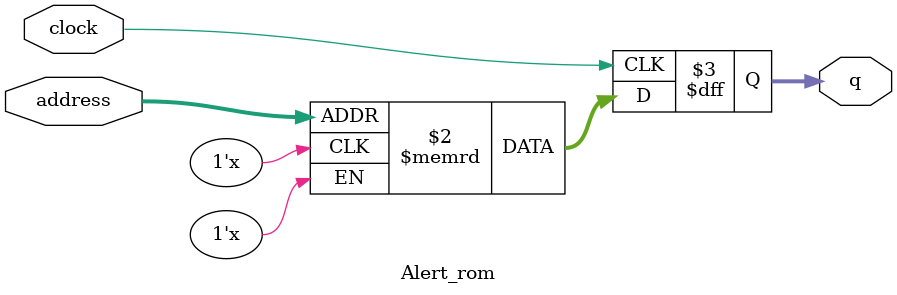
<source format=sv>
module Alert_rom (
	input logic clock,
	input logic [9:0] address,
	output logic [3:0] q
);

logic [3:0] memory [0:944] /* synthesis ram_init_file = "./Alert/Alert.mif" */;

always_ff @ (posedge clock) begin
	q <= memory[address];
end

endmodule

</source>
